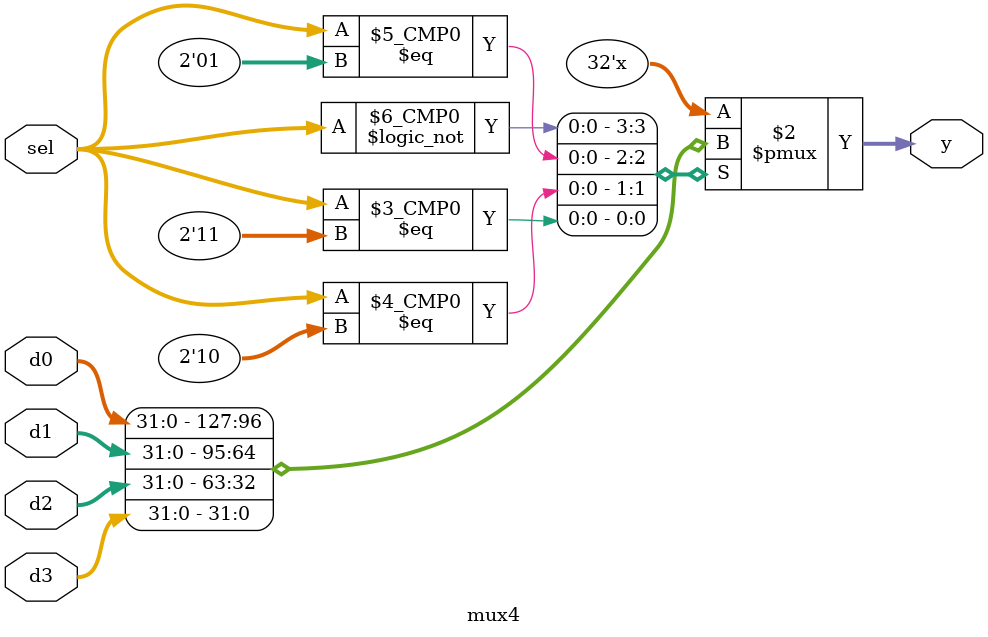
<source format=v>
module mux4 #(
    parameter WIDTH = 32
)(
    input wire [WIDTH-1:0] d0,  // ALU result (most A&L operations) 
    input wire [WIDTH-1:0] d1,  // Memory read data (lw instruction)
    input wire [WIDTH-1:0] d2,  // PC+4 (jal instruction for return address)
    input wire [WIDTH-1:0] d3,  // Immediate (lui instruction)
    input wire [1:0] sel, // The output of the controller
    output reg [WIDTH-1:0] y  // Connects to the Write Data (WD) input in the register file, and its a reg because its used in the always block
);

    // Combinational logic using always block with case statement, to control the output
    always @(*) begin
        case(sel)
            2'b00: y = d0;  //   When sel = 00: output y = d0
            2'b01: y = d1;  //   When sel = 01: output y = d1
            2'b10: y = d2;  //   When sel = 10: output y = d2
            2'b11: y = d3;  //   When sel = 11: output y = d3
            default: y = d0;    // Safe default
        endcase
    end

endmodule

// Examples:
// add x3, x1, x2      Write ALU result, for arithmetic/logical operations      → sel=00
// lw x5, 0(x6)        Write memory data, for lw                                → sel=01
// jal x1, 100         Write PC+4, for jal (return address)                     → sel=10
// lui x5, 0x123       Write immediate, for lui                                 → sel=11
</source>
